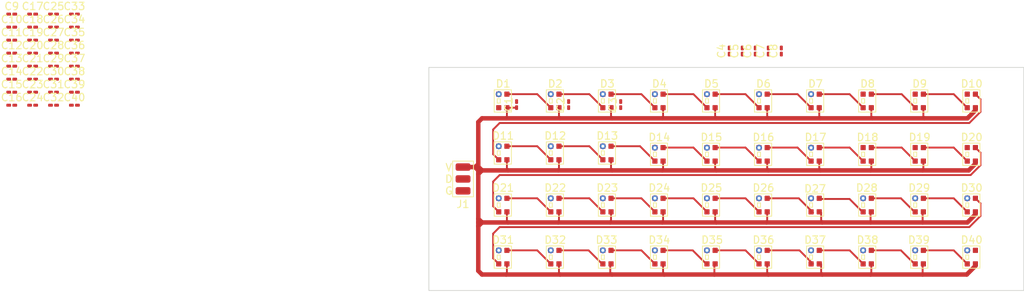
<source format=kicad_pcb>
(kicad_pcb (version 20221018) (generator pcbnew)
  (layers (0 "F.Cu" signal) (31 "B.Cu" signal) (34 "B.Paste" user) (35 "F.Paste" user) (36 "B.SilkS" user "B.Silkscreen") (37 "F.SilkS" user "F.Silkscreen") (38 "B.Mask" user) (39 "F.Mask" user) (44 "Edge.Cuts" user))
  (net 0 "")
  (net 1 "+5V")
  (net 2 "GND")
  (net 3 "Net-(D1-DOUT)")
  (net 4 "Net-(D2-DOUT)")
  (net 5 "Net-(D3-DOUT)")
  (net 6 "signal pin")
  (net 7 "Net-(D5-DOUT)")
  (net 8 "Net-(D6-DOUT)")
  (net 9 "Net-(D7-DOUT)")
  (net 10 "Net-(D8-DOUT)")
  (net 11 "Net-(D10-DIN)")
  (net 12 "Net-(D10-DOUT)")
  (net 13 "Net-(D11-DOUT)")
  (net 14 "Net-(D12-DOUT)")
  (net 15 "Net-(D13-DOUT)")
  (net 16 "Net-(D14-DOUT)")
  (net 17 "Net-(D15-DOUT)")
  (net 18 "Net-(D16-DOUT)")
  (net 19 "Net-(D17-DOUT)")
  (net 20 "Net-(D18-DOUT)")
  (net 21 "Net-(D19-DOUT)")
  (net 22 "Net-(D20-DOUT)")
  (net 23 "Net-(D21-DOUT)")
  (net 24 "Net-(D22-DOUT)")
  (net 25 "Net-(D23-DOUT)")
  (net 26 "Net-(D24-DOUT)")
  (net 27 "Net-(D25-DOUT)")
  (net 28 "Net-(D26-DOUT)")
  (net 29 "Net-(D27-DOUT)")
  (net 30 "Net-(D28-DOUT)")
  (net 31 "Net-(D29-DOUT)")
  (net 32 "Net-(D30-DOUT)")
  (net 33 "Net-(D31-DOUT)")
  (net 34 "Net-(D32-DOUT)")
  (net 35 "Net-(D33-DOUT)")
  (net 36 "Net-(D34-DOUT)")
  (net 37 "Net-(D35-DOUT)")
  (net 38 "Net-(D36-DOUT)")
  (net 39 "Net-(D37-DOUT)")
  (net 40 "Net-(D38-DOUT)")
  (net 42 "Net-(D4-DOUT)")
  (net 43 "Net-(D39-DOUT)")
  (footprint "Capacitor_SMD:C_0201_0603Metric_Pad0.64x0.40mm_HandSolder" (layer "F.Cu") (at 27.515 59.985)
    (fp_text reference "C10")
    (fp_text value "104")
  )
  (footprint "Capacitor_SMD:C_0201_0603Metric_Pad0.64x0.40mm_HandSolder" (layer "F.Cu") (at 35.945 65.235)
    (fp_text reference "C37")
    (fp_text value "104")
  )
  (footprint "local_Library:ws2812_2020" (layer "F.Cu") (at 138.9 83.81 90)
    (fp_text reference "D27")
    (fp_text value "WS2812_2020")
  )
  (footprint "Capacitor_SMD:C_0201_0603Metric_Pad0.64x0.40mm_HandSolder" (layer "F.Cu") (at 33.135 63.485)
    (fp_text reference "C28")
    (fp_text value "104")
  )
  (footprint "Capacitor_SMD:C_0201_0603Metric_Pad0.64x0.40mm_HandSolder" (layer "F.Cu") (at 30.325 59.985)
    (fp_text reference "C18")
    (fp_text value "104")
  )
  (footprint "local_Library:ws2812_2020" (layer "F.Cu") (at 159.9 83.81 90)
    (fp_text reference "D30")
    (fp_text value "WS2812_2020")
  )
  (footprint "Capacitor_SMD:C_0201_0603Metric_Pad0.64x0.40mm_HandSolder" (layer "F.Cu") (at 30.325 58.235)
    (fp_text reference "C17")
    (fp_text value "104")
  )
  (footprint "Capacitor_SMD:C_0201_0603Metric_Pad0.64x0.40mm_HandSolder" (layer "F.Cu") (at 27.515 66.985)
    (fp_text reference "C14")
    (fp_text value "104")
  )
  (footprint "local_Library:ws2812_2020" (layer "F.Cu") (at 124.9 83.81 90)
    (fp_text reference "D25")
    (fp_text value "WS2812_2020")
  )
  (footprint "local_Library:ws2812_2020" (layer "F.Cu") (at 131.9 76.99 90)
    (fp_text reference "D16")
    (fp_text value "WS2812_2020")
  )
  (footprint "local_Library:ws2812_2020" (layer "F.Cu") (at 110.9 83.81 90)
    (fp_text reference "D23")
    (fp_text value "WS2812_2020")
  )
  (footprint "Capacitor_SMD:C_0201_0603Metric_Pad0.64x0.40mm_HandSolder" (layer "F.Cu") (at 33.135 68.735)
    (fp_text reference "C31")
    (fp_text value "104")
  )
  (footprint "local_Library:ws2812_2020" (layer "F.Cu") (at 124.9 76.99 90)
    (fp_text reference "D15")
    (fp_text value "WS2812_2020")
  )
  (footprint "Capacitor_SMD:C_0201_0603Metric_Pad0.64x0.40mm_HandSolder" (layer "F.Cu") (at 35.945 68.735)
    (fp_text reference "C39")
    (fp_text value "104")
  )
  (footprint "local_Library:ws2812_2020" (layer "F.Cu") (at 138.9 76.99 90)
    (fp_text reference "D17")
    (fp_text value "WS2812_2020")
  )
  (footprint "Capacitor_SMD:C_0201_0603Metric_Pad0.64x0.40mm_HandSolder" (layer "F.Cu") (at 127.5 63.2 90)
    (fp_text reference "C6")
    (fp_text value "104")
  )
  (footprint "Capacitor_SMD:C_0201_0603Metric_Pad0.64x0.40mm_HandSolder" (layer "F.Cu") (at 35.945 63.485)
    (fp_text reference "C36")
    (fp_text value "104")
  )
  (footprint "Capacitor_SMD:C_0201_0603Metric_Pad0.64x0.40mm_HandSolder" (layer "F.Cu") (at 27.515 70.485)
    (fp_text reference "C16")
    (fp_text value "104")
  )
  (footprint "local_Library:ws2812_2020" (layer "F.Cu") (at 131.9 69.81 90)
    (fp_text reference "D6")
    (fp_text value "WS2812_2020")
  )
  (footprint "Capacitor_SMD:C_0201_0603Metric_Pad0.64x0.40mm_HandSolder" (layer "F.Cu") (at 102.4 70.4 90)
    (fp_text reference "C2")
    (fp_text value "104")
  )
  (footprint "local_Library:ws2812_2020" (layer "F.Cu") (at 159.9 76.99 90)
    (fp_text reference "D20")
    (fp_text value "WS2812_2020")
  )
  (footprint "Capacitor_SMD:C_0201_0603Metric_Pad0.64x0.40mm_HandSolder" (layer "F.Cu") (at 131 63.2 90)
    (fp_text reference "C8")
    (fp_text value "104")
  )
  (footprint "Capacitor_SMD:C_0201_0603Metric_Pad0.64x0.40mm_HandSolder" (layer "F.Cu") (at 35.945 70.485)
    (fp_text reference "C40")
    (fp_text value "104")
  )
  (footprint "Capacitor_SMD:C_0201_0603Metric_Pad0.64x0.40mm_HandSolder" (layer "F.Cu") (at 33.135 70.485)
    (fp_text reference "C32")
    (fp_text value "104")
  )
  (footprint "Capacitor_SMD:C_0201_0603Metric_Pad0.64x0.40mm_HandSolder" (layer "F.Cu") (at 35.945 58.235)
    (fp_text reference "C33")
    (fp_text value "104")
  )
  (footprint "local_Library:ws2812_2020" (layer "F.Cu") (at 117.9 69.81 90)
    (fp_text reference "D4")
    (fp_text value "WS2812_2020")
  )
  (footprint "local_Library:ws2812_2020" (layer "F.Cu") (at 152.9 69.81 90)
    (fp_text reference "D9")
    (fp_text value "WS2812_2020")
  )
  (footprint "local_Library:ws2812_2020" (layer "F.Cu") (at 138.9 69.81 90)
    (fp_text reference "D7")
    (fp_text value "WS2812_2020")
  )
  (footprint "local_Library:ws2812_2020" (layer "F.Cu") (at 96.9 69.81 90)
    (fp_text reference "D1")
    (fp_text value "WS2812_2020")
  )
  (footprint "local_Library:ws2812_2020" (layer "F.Cu") (at 152.9 76.99 90)
    (fp_text reference "D19")
    (fp_text value "WS2812_2020")
  )
  (footprint "local_Library:ws2812_2020" (layer "F.Cu") (at 138.9 90.81 90)
    (fp_text reference "D37")
    (fp_text value "WS2812_2020")
  )
  (footprint "Capacitor_SMD:C_0201_0603Metric_Pad0.64x0.40mm_HandSolder" (layer "F.Cu") (at 35.945 61.735)
    (fp_text reference "C35")
    (fp_text value "104")
  )
  (footprint "Capacitor_SMD:C_0201_0603Metric_Pad0.64x0.40mm_HandSolder" (layer "F.Cu") (at 27.515 63.485)
    (fp_text reference "C12")
    (fp_text value "104")
  )
  (footprint "local_Library:ws2812_2020" (layer "F.Cu") (at 103.9 69.81 90)
    (fp_text reference "D2")
    (fp_text value "WS2812_2020")
  )
  (footprint "Capacitor_SMD:C_0201_0603Metric_Pad0.64x0.40mm_HandSolder" (layer "F.Cu") (at 27.515 58.235)
    (fp_text reference "C9")
    (fp_text value "104")
  )
  (footprint "Capacitor_SMD:C_0201_0603Metric_Pad0.64x0.40mm_HandSolder" (layer "F.Cu") (at 95.4 70.4 90)
    (fp_text reference "C1")
    (fp_text value "104")
  )
  (footprint "local_Library:ws2812_2020" (layer "F.Cu") (at 110.9 69.81 90)
    (fp_text reference "D3")
    (fp_text value "WS2812_2020")
  )
  (footprint "Capacitor_SMD:C_0201_0603Metric_Pad0.64x0.40mm_HandSolder" (layer "F.Cu") (at 30.325 68.735)
    (fp_text reference "C23")
    (fp_text value "104")
  )
  (footprint "Capacitor_SMD:C_0201_0603Metric_Pad0.64x0.40mm_HandSolder" (layer "F.Cu") (at 125.75 63.2 90)
    (fp_text reference "C5")
    (fp_text value "104")
  )
  (footprint "local_Library:ws2812_2020" (layer "F.Cu") (at 117.9 76.99 90)
    (fp_text reference "D14")
    (fp_text value "WS2812_2020")
  )
  (footprint "local_Library:ws2812_2020" (layer "F.Cu") (at 96.9 76.81 90)
    (fp_text reference "D11")
    (fp_text value "WS2812_2020")
  )
  (footprint "local_Library:ws2812_2020" (layer "F.Cu") (at 124.9 90.81 90)
    (fp_text reference "D35")
    (fp_text value "WS2812_2020")
  )
  (footprint "local_Library:ws2812_2020" (layer "F.Cu") (at 159.9 90.81 90)
    (fp_text reference "D40")
    (fp_text value "WS2812_2020")
  )
  (footprint "Capacitor_SMD:C_0201_0603Metric_Pad0.64x0.40mm_HandSolder" (layer "F.Cu") (at 30.325 63.485)
    (fp_text reference "C20")
    (fp_text value "104")
  )
  (footprint "local_Library:ws2812_2020" (layer "F.Cu") (at 131.9 83.81 90)
    (fp_text reference "D26")
    (fp_text value "WS2812_2020")
  )
  (footprint "local_Library:ws2812_2020" (layer "F.Cu") (at 145.9 76.99 90)
    (fp_text reference "D18")
    (fp_text value "WS2812_2020")
  )
  (footprint "local_Library:ws2812_2020" (layer "F.Cu") (at 131.9 90.81 90)
    (fp_text reference "D36")
    (fp_text value "WS2812_2020")
  )
  (footprint "Capacitor_SMD:C_0201_0603Metric_Pad0.64x0.40mm_HandSolder" (layer "F.Cu") (at 30.325 66.985)
    (fp_text reference "C22")
    (fp_text value "104")
  )
  (footprint "local_Library:ws2812_2020" (layer "F.Cu") (at 159.9 69.81 90)
    (fp_text reference "D10")
    (fp_text value "WS2812_2020")
  )
  (footprint "local_Library:ws2812_2020" (layer "F.Cu") (at 152.9 90.81 90)
    (fp_text reference "D39")
    (fp_text value "WS2812_2020")
  )
  (footprint "local_Library:ws2812_2020" (layer "F.Cu") (at 145.9 69.81 90)
    (fp_text reference "D8")
    (fp_text value "WS2812_2020")
  )
  (footprint "Capacitor_SMD:C_0201_0603Metric_Pad0.64x0.40mm_HandSolder" (layer "F.Cu") (at 129.25 63.2 90)
    (fp_text reference "C7")
    (fp_text value "104")
  )
  (footprint "Capacitor_SMD:C_0201_0603Metric_Pad0.64x0.40mm_HandSolder" (layer "F.Cu") (at 30.325 65.235)
    (fp_text reference "C21")
    (fp_text value "104")
  )
  (footprint "Capacitor_SMD:C_0201_0603Metric_Pad0.64x0.40mm_HandSolder" (layer "F.Cu") (at 27.515 65.235)
    (fp_text reference "C13")
    (fp_text value "104")
  )
  (footprint "local_Library:ws2812_2020" (layer "F.Cu") (at 110.9 90.81 90)
    (fp_text reference "D33")
    (fp_text value "WS2812_2020")
  )
  (footprint "Capacitor_SMD:C_0201_0603Metric_Pad0.64x0.40mm_HandSolder" (layer "F.Cu") (at 30.325 61.735)
    (fp_text reference "C19")
    (fp_text value "104")
  )
  (footprint "Capacitor_SMD:C_0201_0603Metric_Pad0.64x0.40mm_HandSolder" (layer "F.Cu") (at 33.135 61.735)
    (fp_text reference "C27")
    (fp_text value "104")
  )
  (footprint "Capacitor_SMD:C_0201_0603Metric_Pad0.64x0.40mm_HandSolder" (layer "F.Cu") (at 30.325 70.485)
    (fp_text reference "C24")
    (fp_text value "104")
  )
  (footprint "Capacitor_SMD:C_0201_0603Metric_Pad0.64x0.40mm_HandSolder" (layer "F.Cu") (at 33.135 58.235)
    (fp_text reference "C25")
    (fp_text value "104")
  )
  (footprint "Capacitor_SMD:C_0201_0603Metric_Pad0.64x0.40mm_HandSolder" (layer "F.Cu") (at 35.945 59.985)
    (fp_text reference "C34")
    (fp_text value "104")
  )
  (footprint "local_Library:ws2812_2020" (layer "F.Cu") (at 152.9 83.81 90)
    (fp_text reference "D29")
    (fp_text value "WS2812_2020")
  )
  (footprint "local_Library:ws2812_2020" (layer "F.Cu") (at 96.9 90.81 90)
    (fp_text reference "D31")
    (fp_text value "WS2812_2020")
  )
  (footprint "Capacitor_SMD:C_0201_0603Metric_Pad0.64x0.40mm_HandSolder" (layer "F.Cu") (at 27.515 68.735)
    (fp_text reference "C15")
    (fp_text value "104")
  )
  (footprint "local_Library:ws2812_2020" (layer "F.Cu") (at 103.9 76.81 90)
    (fp_text reference "D12")
    (fp_text value "WS2812_2020")
  )
  (footprint "Capacitor_SMD:C_0201_0603Metric_Pad0.64x0.40mm_HandSolder" (layer "F.Cu") (at 33.135 65.235)
    (fp_text reference "C29")
    (fp_text value "104")
  )
  (footprint "local_Library:ws2812_2020" (layer "F.Cu") (at 145.9 90.81 90)
    (fp_text reference "D38")
    (fp_text value "WS2812_2020")
  )
  (footprint "local_Library:ws2812_2020" (layer "F.Cu") (at 145.9 83.81 90)
    (fp_text reference "D28")
    (fp_text value "WS2812_2020")
  )
  (footprint "Capacitor_SMD:C_0201_0603Metric_Pad0.64x0.40mm_HandSolder" (layer "F.Cu") (at 109.4 70.4 90)
    (fp_text reference "C3")
    (fp_text value "104")
  )
  (footprint "Capacitor_SMD:C_0201_0603Metric_Pad0.64x0.40mm_HandSolder" (layer "F.Cu") (at 27.515 61.735)
    (fp_text reference "C11")
    (fp_text value "104")
  )
  (footprint "Capacitor_SMD:C_0201_0603Metric_Pad0.64x0.40mm_HandSolder" (layer "F.Cu") (at 33.135 66.985)
    (fp_text reference "C30")
    (fp_text value "104")
  )
  (footprint "local_Library:ws2812_2020" (layer "F.Cu") (at 110.9 76.81 90)
    (fp_text reference "D13")
    (fp_text value "WS2812_2020")
  )
  (footprint "local_Library:ws2812_2020" (layer "F.Cu") (at 117.9 83.81 90)
    (fp_text reference "D24")
    (fp_text value "WS2812_2020")
  )
  (footprint "local_Library:ws2812_2020" (layer "F.Cu") (at 103.9 83.81 90)
    (fp_text reference "D22")
    (fp_text value "WS2812_2020")
  )
  (footprint "Capacitor_SMD:C_0201_0603Metric_Pad0.64x0.40mm_HandSolder" (layer "F.Cu") (at 33.135 59.985)
    (fp_text reference "C26")
    (fp_text value "104")
  )
  (footprint "local_Library:ws2812_2020" (layer "F.Cu") (at 117.9 90.81 90)
    (fp_text reference "D34")
    (fp_text value "WS2812_2020")
  )
  (footprint "Capacitor_SMD:C_0201_0603Metric_Pad0.64x0.40mm_HandSolder" (layer "F.Cu") (at 124 63.2 90)
    (fp_text reference "C4")
    (fp_text value "104")
  )
  (footprint "local_Library:pads_3" (layer "F.Cu") (at 88.2 84.2)
    (fp_text reference "J1")
    (fp_text value "Conn_01x03")
  )
  (footprint "local_Library:ws2812_2020" (layer "F.Cu") (at 124.9 69.81 90)
    (fp_text reference "D5")
    (fp_text value "WS2812_2020")
  )
  (footprint "Capacitor_SMD:C_0201_0603Metric_Pad0.64x0.40mm_HandSolder" (layer "F.Cu") (at 35.945 66.985)
    (fp_text reference "C38")
    (fp_text value "104")
  )
  (footprint "local_Library:ws2812_2020" (layer "F.Cu") (at 96.9 83.81 90)
    (fp_text reference "D21")
    (fp_text value "WS2812_2020")
  )
  (footprint "local_Library:ws2812_2020" (layer "F.Cu") (at 103.9 90.81 90)
    (fp_text reference "D32")
    (fp_text value "WS2812_2020")
  )
  (gr_rect (start 83.6 65.4) (end 163.6 95.4) (stroke (width 0.1)) (fill none) (layer "Edge.Cuts"))
  (segment (start 115.1 79.15) (end 115 79.25) (width 0.25) (layer "F.Cu") (net 1))
  (segment (start 136.355 91.82) (end 136.355 93.105) (width 0.25) (layer "F.Cu") (net 1))
  (segment (start 157.1 71.17) (end 156.02 72.25) (width 0.6) (layer "F.Cu") (net 1))
  (segment (start 90.25 72.75) (end 90.75 72.25) (width 0.6) (layer "F.Cu") (net 1))
  (segment (start 108 93) (end 108.25 93.25) (width 0.25) (layer "F.Cu") (net 1))
  (segment (start 89.6 78.8) (end 89.85 78.8) (width 0.6) (layer "F.Cu") (net 1))
  (segment (start 156.02 86.25) (end 150 86.25) (width 0.6) (layer "F.Cu") (net 1))
  (segment (start 143.1 70.82) (end 143.1 72.1) (width 0.25) (layer "F.Cu") (net 1))
  (segment (start 108.1 77.82) (end 108.1 79.1) (width 0.25) (layer "F.Cu") (net 1))
  (segment (start 143.1 79.15) (end 143 79.25) (width 0.25) (layer "F.Cu") (net 1))
  (segment (start 136.1 79.1) (end 136.25 79.25) (width 0.25) (layer "F.Cu") (net 1))
  (segment (start 157.1 78.35) (end 156.2 79.25) (width 0.6) (layer "F.Cu") (net 1))
  (segment (start 90.25 78.75) (end 90.25 78.4) (width 0.6) (layer "F.Cu") (net 1))
  (segment (start 129.1 86.15) (end 129 86.25) (width 0.25) (layer "F.Cu") (net 1))
  (segment (start 157.1 92.088042) (end 155.938042 93.25) (width 0.6) (layer "F.Cu") (net 1))
  (segment (start 143.1 72.1) (end 143.25 72.25) (width 0.25) (layer "F.Cu") (net 1))
  (segment (start 94.1 79.1) (end 94.25 79.25) (width 0.25) (layer "F.Cu") (net 1))
  (segment (start 101.1 93.1) (end 101.25 93.25) (width 0.25) (layer "F.Cu") (net 1))
  (segment (start 94.1 86.1) (end 94.25 86.25) (width 0.25) (layer "F.Cu") (net 1))
  (segment (start 129.1 91.82) (end 129.1 93.1) (width 0.25) (layer "F.Cu") (net 1))
  (segment (start 94.1 70.82) (end 95.2875 70.82) (width 0.25) (layer "F.Cu") (net 1))
  (segment (start 150.1 72.1) (end 150.25 72.25) (width 0.25) (layer "F.Cu") (net 1))
  (segment (start 150.25 72.25) (end 143.25 72.25) (width 0.6) (layer "F.Cu") (net 1))
  (segment (start 136.25 72.25) (end 129.25 72.25) (width 0.6) (layer "F.Cu") (net 1))
  (segment (start 136.355 86.105) (end 136.5 86.25) (width 0.25) (layer "F.Cu") (net 1))
  (segment (start 108.25 72.25) (end 101.25 72.25) (width 0.6) (layer "F.Cu") (net 1))
  (segment (start 143.1 91.82) (end 143.1 93.15) (width 0.25) (layer "F.Cu") (net 1))
  (segment (start 90.25 86.75) (end 90.25 86.25) (width 0.6) (layer "F.Cu") (net 1))
  (segment (start 129.1 70.82) (end 129.1 72.1) (width 0.25) (layer "F.Cu") (net 1))
  (segment (start 129.25 72.25) (end 122.25 72.25) (width 0.6) (layer "F.Cu") (net 1))
  (segment (start 122.1 86.1) (end 122.25 86.25) (width 0.25) (layer "F.Cu") (net 1))
  (segment (start 115.25 93.25) (end 108.25 93.25) (width 0.6) (layer "F.Cu") (net 1))
  (segment (start 157.1 85.17) (end 156.02 86.25) (width 0.6) (layer "F.Cu") (net 1))
  (segment (start 108 86.25) (end 101 86.25) (width 0.6) (layer "F.Cu") (net 1))
  (segment (start 122.1 79.1) (end 122.25 79.25) (width 0.25) (layer "F.Cu") (net 1))
  (segment (start 90.25 92.75) (end 90.75 93.25) (width 0.6) (layer "F.Cu") (net 1))
  (segment (start 101 79.25) (end 94.25 79.25) (width 0.6) (layer "F.Cu") (net 1))
  (segment (start 150 91.82) (end 150 93.25) (width 0.25) (layer "F.Cu") (net 1))
  (segment (start 94.1 72.15) (end 94 72.25) (width 0.25) (layer "F.Cu") (net 1))
  (segment (start 143 86.25) (end 136.5 86.25) (width 0.6) (layer "F.Cu") (net 1))
  (segment (start 101.1 91.82) (end 101.1 93.1) (width 0.25) (layer "F.Cu") (net 1))
  (segment (start 136.1 72.1) (end 136.25 72.25) (width 0.25) (layer "F.Cu") (net 1))
  (segment (start 115 79.25) (end 108.25 79.25) (width 0.6) (layer "F.Cu") (net 1))
  (segment (start 143.1 78) (end 143.1 79.15) (width 0.25) (layer "F.Cu") (net 1))
  (segment (start 94.1 70.82) (end 94.1 72.15) (width 0.25) (layer "F.Cu") (net 1))
  (segment (start 155.938042 93.25) (end 150 93.25) (width 0.6) (layer "F.Cu") (net 1))
  (segment (start 156.02 72.25) (end 150.25 72.25) (width 0.6) (layer "F.Cu") (net 1))
  (segment (start 150.1 78) (end 150.1 79.15) (width 0.25) (layer "F.Cu") (net 1))
  (segment (start 108.1 84.82) (end 108.1 86.15) (width 0.25) (layer "F.Cu") (net 1))
  (segment (start 115.1 84.82) (end 115.1 86.15) (width 0.25) (layer "F.Cu") (net 1))
  (segment (start 108.1 86.15) (end 108 86.25) (width 0.25) (layer "F.Cu") (net 1))
  (segment (start 136.355 93.105) (end 136.5 93.25) (width 0.25) (layer "F.Cu") (net 1))
  (segment (start 90.25 85.75) (end 90.75 86.25) (width 0.6) (layer "F.Cu") (net 1))
  (segment (start 157.1 91.82) (end 157.1 92.088042) (width 0.6) (layer "F.Cu") (net 1))
  (segment (start 94.1 93.15) (end 94 93.25) (width 0.25) (layer "F.Cu") (net 1))
  (segment (start 101.1 72.1) (end 101.25 72.25) (width 0.25) (layer "F.Cu") (net 1))
  (segment (start 115.1 91.82) (end 115.1 93.1) (width 0.25) (layer "F.Cu") (net 1))
  (segment (start 136.355 84.91) (end 136.355 86.105) (width 0.25) (layer "F.Cu") (net 1))
  (segment (start 90.75 79.25) (end 90.25 79.25) (width 0.6) (layer "F.Cu") (net 1))
  (segment (start 90.25 86.25) (end 90.25 85.75) (width 0.6) (layer "F.Cu") (net 1))
  (segment (start 129.25 93.25) (end 122 93.25) (width 0.6) (layer "F.Cu") (net 1))
  (segment (start 129.1 72.1) (end 129.25 72.25) (width 0.25) (layer "F.Cu") (net 1))
  (segment (start 122.1 84.82) (end 122.1 86.1) (width 0.25) (layer "F.Cu") (net 1))
  (segment (start 122.25 86.25) (end 115 86.25) (width 0.6) (layer "F.Cu") (net 1))
  (segment (start 90.75 86.25) (end 90.25 86.75) (width 0.6) (layer "F.Cu") (net 1))
  (segment (start 88.2 78.8) (end 89.6 78.8) (width 0.6) (layer "F.Cu") (net 1))
  (segment (start 101.25 72.25) (end 94 72.25) (width 0.6) (layer "F.Cu") (net 1))
  (segment (start 94.1 91.82) (end 94.1 93.15) (width 0.25) (layer "F.Cu") (net 1))
  (segment (start 150 93.25) (end 143 93.25) (width 0.6) (layer "F.Cu") (net 1))
  (segment (start 150.1 70.82) (end 150.1 72.1) (width 0.25) (layer "F.Cu") (net 1))
  (segment (start 101.1 77.82) (end 101.1 79.15) (width 0.25) (layer "F.Cu") (net 1))
  (segment (start 90.75 86.25) (end 90.25 86.25) (width 0.6) (layer "F.Cu") (net 1))
  (segment (start 101.1 86.15) (end 101 86.25) (width 0.25) (layer "F.Cu") (net 1))
  (segment (start 101.1 70.82) (end 101.1 72.1) (width 0.25) (layer "F.Cu") (net 1))
  (segment (start 90.75 79.25) (end 90.25 79.75) (width 0.6) (layer "F.Cu") (net 1))
  (segment (start 89.85 78.85) (end 90.25 79.25) (width 0.6) (layer "F.Cu") (net 1))
  (segment (start 108.25 93.25) (end 101.25 93.25) (width 0.6) (layer "F.Cu") (net 1))
  (segment (start 95.2875 70.82) (end 95.3 70.8075) (width 0.25) (layer "F.Cu") (net 1))
  (segment (start 157.1 78) (end 157.1 78.35) (width 0.6) (layer "F.Cu") (net 1))
  (segment (start 90.75 72.25) (end 94 72.25) (width 0.6) (layer "F.Cu") (net 1))
  (segment (start 129.1 78) (end 129.1 79.1) (width 0.25) (layer "F.Cu") (net 1))
  (segment (start 94 93.25) (end 90.75 93.25) (width 0.6) (layer "F.Cu") (net 1))
  (segment (start 115.1 86.15) (end 115 86.25) (width 0.25) (layer "F.Cu") (net 1))
  (segment (start 94.25 79.25) (end 90.75 79.25) (width 0.6) (layer "F.Cu") (net 1))
  (segment (start 108.1 79.1) (end 108.25 79.25) (width 0.25) (layer "F.Cu") (net 1))
  (segment (start 136.25 79.25) (end 129.25 79.25) (width 0.6) (layer "F.Cu") (net 1))
  (segment (start 90.25 92.75) (end 90.25 86.75) (width 0.6) (layer "F.Cu") (net 1))
  (segment (start 150 79.25) (end 143 79.25) (width 0.6) (layer "F.Cu") (net 1))
  (segment (start 129 86.25) (end 122.25 86.25) (width 0.6) (layer "F.Cu") (net 1))
  (segment (start 108 91.82) (end 108 93) (width 0.25) (layer "F.Cu") (net 1))
  (segment (start 122 93.25) (end 115.25 93.25) (width 0.6) (layer "F.Cu") (net 1))
  (segment (start 115 86.25) (end 108 86.25) (width 0.6) (layer "F.Cu") (net 1))
  (segment (start 115.1 93.1) (end 115.25 93.25) (width 0.25) (layer "F.Cu") (net 1))
  (segment (start 94.1 77.82) (end 94.1 79.1) (width 0.25) (layer "F.Cu") (net 1))
  (segment (start 108.1 70.82) (end 108.1 72.1) (width 0.25) (layer "F.Cu") (net 1))
  (segment (start 90.75 79.25) (end 90.25 78.75) (width 0.6) (layer "F.Cu") (net 1))
  (segment (start 115.1 78) (end 115.1 79.15) (width 0.25) (layer "F.Cu") (net 1))
  (segment (start 101 86.25) (end 94.25 86.25) (width 0.6) (layer "F.Cu") (net 1))
  (segment (start 90.25 79.25) (end 90.25 78.75) (width 0.6) (layer "F.Cu") (net 1))
  (segment (start 94.25 86.25) (end 90.75 86.25) (width 0.6) (layer "F.Cu") (net 1))
  (segment (start 122 91.82) (end 122 93.25) (width 0.25) (layer "F.Cu") (net 1))
  (segment (start 143 93.25) (end 136.5 93.25) (width 0.6) (layer "F.Cu") (net 1))
  (segment (start 90.2 78.8) (end 90.25 78.75) (width 0.6) (layer "F.Cu") (net 1))
  (segment (start 115 72.25) (end 108.25 72.25) (width 0.6) (layer "F.Cu") (net 1))
  (segment (start 90.25 79.75) (end 90.25 79.25) (width 0.6) (layer "F.Cu") (net 1))
  (segment (start 150 84.82) (end 150 86.25) (width 0.25) (layer "F.Cu") (net 1))
  (segment (start 157.1 70.82) (end 157.1 71.17) (width 0.6) (layer "F.Cu") (net 1))
  (segment (start 136.1 78) (end 136.1 79.1) (width 0.25) (layer "F.Cu") (net 1))
  (segment (start 122.1 72.1) (end 122.25 72.25) (width 0.25) (layer "F.Cu") (net 1))
  (segment (start 101.1 84.82) (end 101.1 86.15) (width 0.25) (layer "F.Cu") (net 1))
  (segment (start 108.25 79.25) (end 101 79.25) (width 0.6) (layer "F.Cu") (net 1))
  (segment (start 129.1 79.1) (end 129.25 79.25) (width 0.25) (layer "F.Cu") (net 1))
  (segment (start 122.25 79.25) (end 115 79.25) (width 0.6) (layer "F.Cu") (net 1))
  (segment (start 143.1 93.15) (end 143 93.25) (width 0.25) (layer "F.Cu") (net 1))
  (segment (start 89.6 78.8) (end 90.2 78.8) (width 0.6) (layer "F.Cu") (net 1))
  (segment (start 122.1 70.82) (end 122.1 72.1) (width 0.25) (layer "F.Cu") (net 1))
  (segment (start 90.25 78.4) (end 90.25 72.75) (width 0.6) (layer "F.Cu") (net 1))
  (segment (start 143 84.82) (end 143 86.25) (width 0.25) (layer "F.Cu") (net 1))
  (segment (start 136.5 86.25) (end 129 86.25) (width 0.6) (layer "F.Cu") (net 1))
  (segment (start 129.25 79.25) (end 122.25 79.25) (width 0.6) (layer "F.Cu") (net 1))
  (segment (start 115.1 72.15) (end 115 72.25) (width 0.25) (layer "F.Cu") (net 1))
  (segment (start 101.1 79.15) (end 101 79.25) (width 0.25) (layer "F.Cu") (net 1))
  (segment (start 157.1 84.82) (end 157.1 85.17) (width 0.6) (layer "F.Cu") (net 1))
  (segment (start 156.2 79.25) (end 150 79.25) (width 0.6) (layer "F.Cu") (net 1))
  (segment (start 101.25 93.25) (end 94 93.25) (width 0.6) (layer "F.Cu") (net 1))
  (segment (start 115.1 70.82) (end 115.1 72.15) (width 0.25) (layer "F.Cu") (net 1))
  (segment (start 89.85 78.8) (end 89.85 78.85) (width 0.6) (layer "F.Cu") (net 1))
  (segment (start 89.85 78.8) (end 90.25 78.4) (width 0.6) (layer "F.Cu") (net 1))
  (segment (start 122.25 72.25) (end 115 72.25) (width 0.6) (layer "F.Cu") (net 1))
  (segment (start 129.1 93.1) (end 129.25 93.25) (width 0.25) (layer "F.Cu") (net 1))
  (segment (start 150 86.25) (end 143 86.25) (width 0.6) (layer "F.Cu") (net 1))
  (segment (start 143 79.25) (end 136.25 79.25) (width 0.6) (layer "F.Cu") (net 1))
  (segment (start 150.1 79.15) (end 150 79.25) (width 0.25) (layer "F.Cu") (net 1))
  (segment (start 143.25 72.25) (end 136.25 72.25) (width 0.6) (layer "F.Cu") (net 1))
  (segment (start 94.1 84.82) (end 94.1 86.1) (width 0.25) (layer "F.Cu") (net 1))
  (segment (start 136.5 93.25) (end 129.25 93.25) (width 0.6) (layer "F.Cu") (net 1))
  (segment (start 90.25 85.75) (end 90.25 79.75) (width 0.6) (layer "F.Cu") (net 1))
  (segment (start 129.1 84.82) (end 129.1 86.15) (width 0.25) (layer "F.Cu") (net 1))
  (segment (start 108.1 72.1) (end 108.25 72.25) (width 0.25) (layer "F.Cu") (net 1))
  (segment (start 136.1 70.82) (end 136.1 72.1) (width 0.25) (layer "F.Cu") (net 1))
  (segment (start 122.1 78) (end 122.1 79.1) (width 0.25) (layer "F.Cu") (net 1))
  (via (at 100 83) (size 0.8) (drill 0.4) (layers "F.Cu" "B.Cu") (net 2))
  (via (at 121 83) (size 0.8) (drill 0.4) (layers "F.Cu" "B.Cu") (net 2))
  (via (at 121 90) (size 0.8) (drill 0.4) (layers "F.Cu" "B.Cu") (net 2))
  (via (at 128 90) (size 0.8) (drill 0.4) (layers "F.Cu" "B.Cu") (net 2))
  (via (at 107 76) (size 0.8) (drill 0.4) (layers "F.Cu" "B.Cu") (net 2))
  (via (at 156 83) (size 0.8) (drill 0.4) (layers "F.Cu" "B.Cu") (net 2))
  (via (at 107 90) (size 0.8) (drill 0.4) (layers "F.Cu" "B.Cu") (net 2))
  (via (at 142 83) (size 0.8) (drill 0.4) (layers "F.Cu" "B.Cu") (net 2))
  (via (at 93 69) (size 0.8) (drill 0.4) (layers "F.Cu" "B.Cu") (net 2))
  (via (at 135 69) (size 0.8) (drill 0.4) (layers "F.Cu" "B.Cu") (net 2))
  (via (at 121 76.2) (size 0.8) (drill 0.4) (layers "F.Cu" "B.Cu") (net 2))
  (via (at 114 69) (size 0.8) (drill 0.4) (layers "F.Cu" "B.Cu") (net 2))
  (via (at 114 90) (size 0.8) (drill 0.4) (layers "F.Cu" "B.Cu") (net 2))
  (via (at 128 69) (size 0.8) (drill 0.4) (layers "F.Cu" "B.Cu") (net 2))
  (via (at 100 90) (size 0.8) (drill 0.4) (layers "F.Cu" "B.Cu") (net 2))
  (via (at 114 76.2) (size 0.8) (drill 0.4) (layers "F.Cu" "B.Cu") (net 2))
  (via (at 107 83) (size 0.8) (drill 0.4) (layers "F.Cu" "B.Cu") (net 2))
  (via (at 149 83) (size 0.8) (drill 0.4) (layers "F.Cu" "B.Cu") (net 2))
  (via (at 93 76) (size 0.8) (drill 0.4) (layers "F.Cu" "B.Cu") (net 2))
  (via (at 128 83) (size 0.8) (drill 0.4) (layers "F.Cu" "B.Cu") (net 2))
  (via (at 135 76.2) (size 0.8) (drill 0.4) (layers "F.Cu" "B.Cu") (net 2))
  (via (at 100 76) (size 0.8) (drill 0.4) (layers "F.Cu" "B.Cu") (net 2))
  (via (at 114 83) (size 0.8) (drill 0.4) (layers "F.Cu" "B.Cu") (net 2))
  (via (at 107 69) (size 0.8) (drill 0.4) (layers "F.Cu" "B.Cu") (net 2))
  (via (at 100 69) (size 0.8) (drill 0.4) (layers "F.Cu" "B.Cu") (net 2))
  (via (at 142 90) (size 0.8) (drill 0.4) (layers "F.Cu" "B.Cu") (net 2))
  (via (at 93 83) (size 0.8) (drill 0.4) (layers "F.Cu" "B.Cu") (net 2))
  (via (at 149 90) (size 0.8) (drill 0.4) (layers "F.Cu" "B.Cu") (net 2))
  (via (at 93 90) (size 0.8) (drill 0.4) (layers "F.Cu" "B.Cu") (net 2))
  (via (at 135 90) (size 0.8) (drill 0.4) (layers "F.Cu" "B.Cu") (net 2))
  (via (at 135 83) (size 0.8) (drill 0.4) (layers "F.Cu" "B.Cu") (net 2))
  (via (at 128 76.2) (size 0.8) (drill 0.4) (layers "F.Cu" "B.Cu") (net 2))
  (via (at 121 69) (size 0.8) (drill 0.4) (layers "F.Cu" "B.Cu") (net 2))
  (via (at 156 90) (size 0.8) (drill 0.4) (layers "F.Cu" "B.Cu") (net 2))
  (segment (start 94.1 69) (end 98.18 69) (width 0.25) (layer "F.Cu") (net 3))
  (segment (start 98.18 69) (end 100 70.82) (width 0.25) (layer "F.Cu") (net 3))
  (segment (start 105.18 69) (end 107 70.82) (width 0.25) (layer "F.Cu") (net 4))
  (segment (start 101.1 69) (end 105.18 69) (width 0.25) (layer "F.Cu") (net 4))
  (segment (start 112.18 69) (end 114 70.82) (width 0.25) (layer "F.Cu") (net 5))
  (segment (start 108.1 69) (end 112.18 69) (width 0.25) (layer "F.Cu") (net 5))
  (segment (start 122.1 69) (end 126.18 69) (width 0.25) (layer "F.Cu") (net 7))
  (segment (start 126.18 69) (end 128 70.82) (width 0.25) (layer "F.Cu") (net 7))
  (segment (start 133.18 69) (end 135 70.82) (width 0.25) (layer "F.Cu") (net 8))
  (segment (start 129.1 69) (end 133.18 69) (width 0.25) (layer "F.Cu") (net 8))
  (segment (start 140.18 69) (end 142 70.82) (width 0.25) (layer "F.Cu") (net 9))
  (segment (start 136.1 69) (end 140.18 69) (width 0.25) (layer "F.Cu") (net 9))
  (segment (start 147.18 69) (end 149 70.82) (width 0.25) (layer "F.Cu") (net 10))
  (segment (start 143.1 69) (end 147.18 69) (width 0.25) (layer "F.Cu") (net 10))
  (segment (start 154.18 69) (end 156 70.82) (width 0.25) (layer "F.Cu") (net 11))
  (segment (start 150.1 69) (end 154.18 69) (width 0.25) (layer "F.Cu") (net 11))
  (segment (start 157.1 69) (end 157.775 69.675) (width 0.25) (layer "F.Cu") (net 12))
  (segment (start 92.25 77.07) (end 93 77.82) (width 0.25) (layer "F.Cu") (net 12))
  (segment (start 157.775 71.378883) (end 156.278883 72.875) (width 0.25) (layer "F.Cu") (net 12))
  (segment (start 157.775 69.675) (end 157.775 71.378883) (width 0.25) (layer "F.Cu") (net 12))
  (segment (start 93.125 72.875) (end 92.25 73.75) (width 0.25) (layer "F.Cu") (net 12))
  (segment (start 92.25 73.75) (end 92.25 77.07) (width 0.25) (layer "F.Cu") (net 12))
  (segment (start 156.278883 72.875) (end 93.125 72.875) (width 0.25) (layer "F.Cu") (net 12))
  (segment (start 94.1 76) (end 98.18 76) (width 0.25) (layer "F.Cu") (net 13))
  (segment (start 98.18 76) (end 100 77.82) (width 0.25) (layer "F.Cu") (net 13))
  (segment (start 105.18 76) (end 107 77.82) (width 0.25) (layer "F.Cu") (net 14))
  (segment (start 101.1 76) (end 105.18 76) (width 0.25) (layer "F.Cu") (net 14))
  (segment (start 112 76) (end 114 78) (width 0.25) (layer "F.Cu") (net 15))
  (segment (start 108.1 76) (end 112 76) (width 0.25) (layer "F.Cu") (net 15))
  (segment (start 119.18 76.18) (end 121 78) (width 0.25) (layer "F.Cu") (net 16))
  (segment (start 115.1 76.18) (end 119.18 76.18) (width 0.25) (layer "F.Cu") (net 16))
  (segment (start 126.18 76.18) (end 128 78) (width 0.25) (layer "F.Cu") (net 17))
  (segment (start 122.1 76.18) (end 126.18 76.18) (width 0.25) (layer "F.Cu") (net 17))
  (segment (start 133.18 76.18) (end 135 78) (width 0.25) (layer "F.Cu") (net 18))
  (segment (start 129.1 76.18) (end 133.18 76.18) (width 0.25) (layer "F.Cu") (net 18))
  (segment (start 136.1 76.18) (end 140.18 76.18) (width 0.25) (layer "F.Cu") (net 19))
  (segment (start 140.18 76.18) (end 142 78) (width 0.25) (layer "F.Cu") (net 19))
  (segment (start 147.18 76.18) (end 149 78) (width 0.25) (layer "F.Cu") (net 20))
  (segment (start 143.1 76.18) (end 147.18 76.18) (width 0.25) (layer "F.Cu") (net 20))
  (segment (start 154.18 76.18) (end 156 78) (width 0.25) (layer "F.Cu") (net 21))
  (segment (start 150.1 76.18) (end 154.18 76.18) (width 0.25) (layer "F.Cu") (net 21))
  (segment (start 92.25 80.75) (end 92.25 84.07) (width 0.25) (layer "F.Cu") (net 22))
  (segment (start 156.458883 79.875) (end 93.125 79.875) (width 0.25) (layer "F.Cu") (net 22))
  (segment (start 157.1 76.18) (end 157.775 76.855) (width 0.25) (layer "F.Cu") (net 22))
  (segment (start 157.775 78.558883) (end 156.458883 79.875) (width 0.25) (layer "F.Cu") (net 22))
  (segment (start 157.775 76.855) (end 157.775 78.558883) (width 0.25) (layer "F.Cu") (net 22))
  (segment (start 92.25 84.07) (end 93 84.82) (width 0.25) (layer "F.Cu") (net 22))
  (segment (start 93.125 79.875) (end 92.25 80.75) (width 0.25) (layer "F.Cu") (net 22))
  (segment (start 94.1 83) (end 98.18 83) (width 0.25) (layer "F.Cu") (net 23))
  (segment (start 98.18 83) (end 100 84.82) (width 0.25) (layer "F.Cu") (net 23))
  (segment (start 101.1 83) (end 105.18 83) (width 0.25) (layer "F.Cu") (net 24))
  (segment (start 105.18 83) (end 107 84.82) (width 0.25) (layer "F.Cu") (net 24))
  (segment (start 108.1 83) (end 112.18 83) (width 0.25) (layer "F.Cu") (net 25))
  (segment (start 112.18 83) (end 114 84.82) (width 0.25) (layer "F.Cu") (net 25))
  (segment (start 115.1 83) (end 119.18 83) (width 0.25) (layer "F.Cu") (net 26))
  (segment (start 119.18 83) (end 121 84.82) (width 0.25) (layer "F.Cu") (net 26))
  (segment (start 126.18 83) (end 128 84.82) (width 0.25) (layer "F.Cu") (net 27))
  (segment (start 122.1 83) (end 126.18 83) (width 0.25) (layer "F.Cu") (net 27))
  (segment (start 129.1 83) (end 133.345 83) (width 0.25) (layer "F.Cu") (net 28))
  (segment (start 133.345 83) (end 135.255 84.91) (width 0.25) (layer "F.Cu") (net 28))
  (segment (start 136.355 83.09) (end 140.17 83.09) (width 0.25) (layer "F.Cu") (net 29))
  (segment (start 140.17 83.09) (end 141.9 84.82) (width 0.25) (layer "F.Cu") (net 29))
  (segment (start 143 83) (end 147.08 83) (width 0.25) (layer "F.Cu") (net 30))
  (segment (start 147.08 83) (end 148.9 84.82) (width 0.25) (layer "F.Cu") (net 30))
  (segment (start 150 83) (end 154.18 83) (width 0.25) (layer "F.Cu") (net 31))
  (segment (start 154.18 83) (end 156 84.82) (width 0.25) (layer "F.Cu") (net 31))
  (segment (start 93.125 86.875) (end 92.25 87.75) (width 0.25) (layer "F.Cu") (net 32))
  (segment (start 92.25 87.75) (end 92.25 91.07) (width 0.25) (layer "F.Cu") (net 32))
  (segment (start 92.25 91.07) (end 93 91.82) (width 0.25) (layer "F.Cu") (net 32))
  (segment (start 157.775 83.675) (end 157.775 85.378884) (width 0.25) (layer "F.Cu") (net 32))
  (segment (start 156.278884 86.875) (end 93.125 86.875) (width 0.25) (layer "F.Cu") (net 32))
  (segment (start 157.1 83) (end 157.775 83.675) (width 0.25) (layer "F.Cu") (net 32))
  (segment (start 157.775 85.378884) (end 156.278884 86.875) (width 0.25) (layer "F.Cu") (net 32))
  (segment (start 98.18 90) (end 100 91.82) (width 0.25) (layer "F.Cu") (net 33))
  (segment (start 94.1 90) (end 98.18 90) (width 0.25) (layer "F.Cu") (net 33))
  (segment (start 101.1 90) (end 105.08 90) (width 0.25) (layer "F.Cu") (net 34))
  (segment (start 105.08 90) (end 106.9 91.82) (width 0.25) (layer "F.Cu") (net 34))
  (segment (start 112.18 90) (end 114 91.82) (width 0.25) (layer "F.Cu") (net 35))
  (segment (start 108 90) (end 112.18 90) (width 0.25) (layer "F.Cu") (net 35))
  (segment (start 119.08 90) (end 120.9 91.82) (width 0.25) (layer "F.Cu") (net 36))
  (segment (start 115.1 90) (end 119.08 90) (width 0.25) (layer "F.Cu") (net 36))
  (segment (start 122 90) (end 126.18 90) (width 0.25) (layer "F.Cu") (net 37))
  (segment (start 126.18 90) (end 128 91.82) (width 0.25) (layer "F.Cu") (net 37))
  (segment (start 129.1 90) (end 133.435 90) (width 0.25) (layer "F.Cu") (net 38))
  (segment (start 133.435 90) (end 135.255 91.82) (width 0.25) (layer "F.Cu") (net 38))
  (segment (start 140.18 90) (end 142 91.82) (width 0.25) (layer "F.Cu") (net 39))
  (segment (start 136.355 90) (end 140.18 90) (width 0.25) (layer "F.Cu") (net 39))
  (segment (start 147.08 90) (end 148.9 91.82) (width 0.25) (layer "F.Cu") (net 40))
  (segment (start 143.1 90) (end 147.08 90) (width 0.25) (layer "F.Cu") (net 40))
  (segment (start 119.18 69) (end 121 70.82) (width 0.25) (layer "F.Cu") (net 42))
  (segment (start 115.1 69) (end 119.18 69) (width 0.25) (layer "F.Cu") (net 42))
  (segment (start 150 90) (end 154.18 90) (width 0.25) (layer "F.Cu") (net 43))
  (segment (start 154.18 90) (end 156 91.82) (width 0.25) (layer "F.Cu") (net 43))
)
</source>
